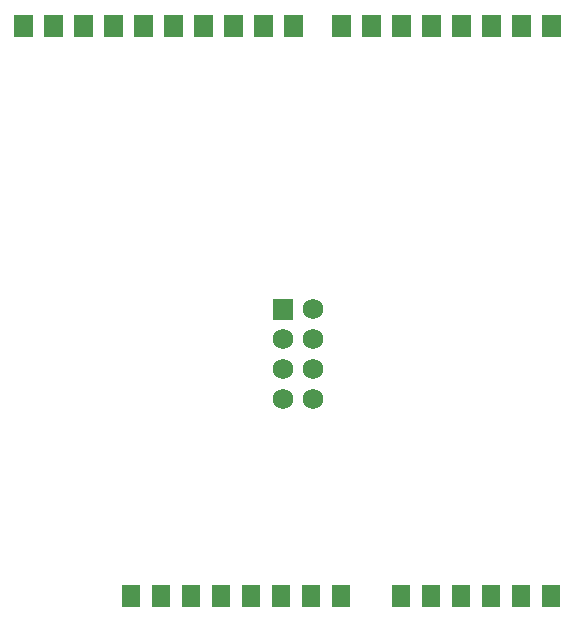
<source format=gbs>
G04 Layer: BottomSolderMaskLayer*
G04 EasyEDA v6.2.46, 2019-11-05T08:36:27+02:00*
G04 58835fe1968247bcbae2d138d8cab9b4,88f35c52922c4fbc8d6ac25f651a04fd,10*
G04 Gerber Generator version 0.2*
G04 Scale: 100 percent, Rotated: No, Reflected: No *
G04 Dimensions in millimeters *
G04 leading zeros omitted , absolute positions ,3 integer and 3 decimal *
%FSLAX33Y33*%
%MOMM*%
G90*
G71D02*

%ADD30R,1.625600X1.910080*%
%ADD32C,1.727200*%

%LPD*%
G36*
G01X40843Y49844D02*
G01X40843Y51755D01*
G01X42468Y51755D01*
G01X42468Y49844D01*
G01X40843Y49844D01*
G37*
G36*
G01X38303Y49844D02*
G01X38303Y51755D01*
G01X39928Y51755D01*
G01X39928Y49844D01*
G01X38303Y49844D01*
G37*
G36*
G01X35763Y49844D02*
G01X35763Y51755D01*
G01X37388Y51755D01*
G01X37388Y49844D01*
G01X35763Y49844D01*
G37*
G36*
G01X33223Y49844D02*
G01X33223Y51755D01*
G01X34848Y51755D01*
G01X34848Y49844D01*
G01X33223Y49844D01*
G37*
G36*
G01X30683Y49844D02*
G01X30683Y51755D01*
G01X32308Y51755D01*
G01X32308Y49844D01*
G01X30683Y49844D01*
G37*
G36*
G01X28143Y49844D02*
G01X28143Y51755D01*
G01X29768Y51755D01*
G01X29768Y49844D01*
G01X28143Y49844D01*
G37*
G36*
G01X25603Y49844D02*
G01X25603Y51755D01*
G01X27228Y51755D01*
G01X27228Y49844D01*
G01X25603Y49844D01*
G37*
G36*
G01X23063Y49844D02*
G01X23063Y51755D01*
G01X24688Y51755D01*
G01X24688Y49844D01*
G01X23063Y49844D01*
G37*
G36*
G01X20523Y49844D02*
G01X20523Y51755D01*
G01X22148Y51755D01*
G01X22148Y49844D01*
G01X20523Y49844D01*
G37*
G36*
G01X17983Y49844D02*
G01X17983Y51755D01*
G01X19608Y51755D01*
G01X19608Y49844D01*
G01X17983Y49844D01*
G37*
G36*
G01X62687Y49844D02*
G01X62687Y51755D01*
G01X64312Y51755D01*
G01X64312Y49844D01*
G01X62687Y49844D01*
G37*
G36*
G01X60147Y49844D02*
G01X60147Y51755D01*
G01X61772Y51755D01*
G01X61772Y49844D01*
G01X60147Y49844D01*
G37*
G36*
G01X57607Y49844D02*
G01X57607Y51755D01*
G01X59232Y51755D01*
G01X59232Y49844D01*
G01X57607Y49844D01*
G37*
G36*
G01X55067Y49844D02*
G01X55067Y51755D01*
G01X56692Y51755D01*
G01X56692Y49844D01*
G01X55067Y49844D01*
G37*
G36*
G01X52527Y49844D02*
G01X52527Y51755D01*
G01X54152Y51755D01*
G01X54152Y49844D01*
G01X52527Y49844D01*
G37*
G36*
G01X49987Y49844D02*
G01X49987Y51755D01*
G01X51612Y51755D01*
G01X51612Y49844D01*
G01X49987Y49844D01*
G37*
G36*
G01X47447Y49844D02*
G01X47447Y51755D01*
G01X49072Y51755D01*
G01X49072Y49844D01*
G01X47447Y49844D01*
G37*
G36*
G01X44907Y49844D02*
G01X44907Y51755D01*
G01X46532Y51755D01*
G01X46532Y49844D01*
G01X44907Y49844D01*
G37*
G54D30*
G01X50800Y2540D03*
G01X53340Y2540D03*
G01X55880Y2540D03*
G01X58420Y2540D03*
G01X60960Y2540D03*
G01X63500Y2540D03*
G01X27940Y2540D03*
G01X30480Y2540D03*
G01X33020Y2540D03*
G01X35560Y2540D03*
G01X38100Y2540D03*
G01X40640Y2540D03*
G01X43180Y2540D03*
G01X45720Y2540D03*
G36*
G01X39903Y25933D02*
G01X39903Y27660D01*
G01X41630Y27660D01*
G01X41630Y25933D01*
G01X39903Y25933D01*
G37*
G54D32*
G01X43307Y26797D03*
G01X40767Y24257D03*
G01X43307Y24257D03*
G01X40767Y21717D03*
G01X43307Y21717D03*
G01X40767Y19177D03*
G01X43307Y19177D03*
M00*
M02*

</source>
